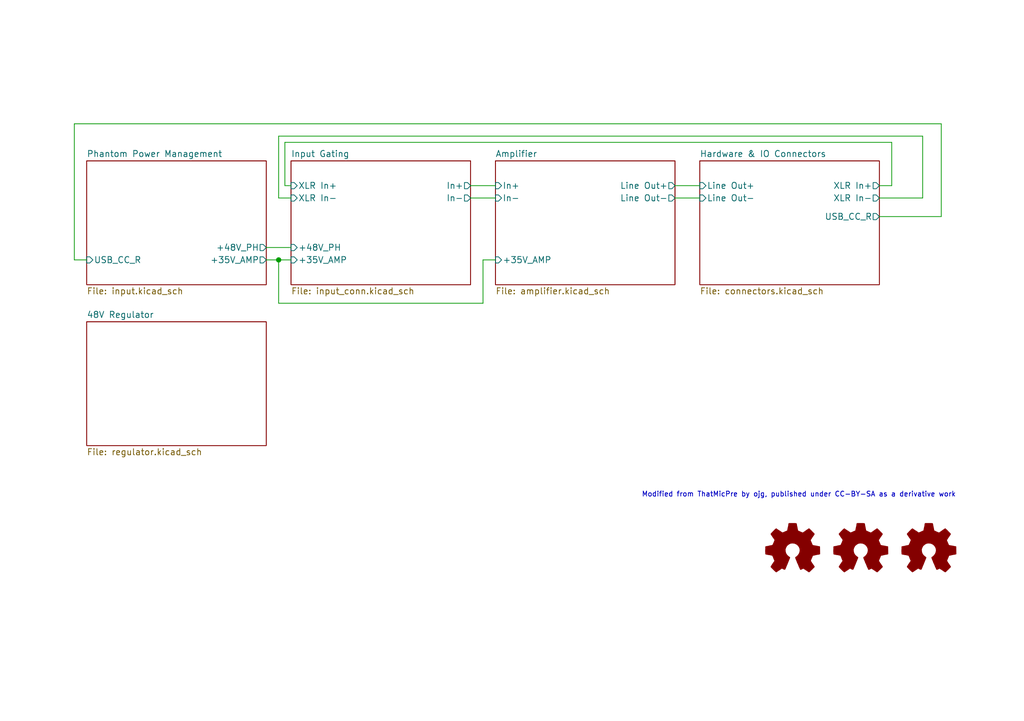
<source format=kicad_sch>
(kicad_sch (version 20231120) (generator "eeschema") (generator_version "8.0")
  (paper "A5")
  (lib_symbols
    (symbol "Graphic:Logo_Open_Hardware_Small" (pin_names (offset 1.016))
      (symbol "Logo_Open_Hardware_Small_0_1"
        (polyline (pts (xy 3.3528 -4.3434) (xy 3.302 -4.318) (xy 3.175 -4.2418) (xy 2.9972 -4.1148) (xy 2.7686 -3.9624) (xy 2.54 -3.81) (xy 2.3622 -3.7084) (xy 2.2352 -3.6068) (xy 2.1844 -3.5814) (xy 2.159 -3.6068) (xy 2.0574 -3.6576) (xy 1.905 -3.7338) (xy 1.8034 -3.7846) (xy 1.6764 -3.8354) (xy 1.6002 -3.8354) (xy 1.6002 -3.8354) (xy 1.5494 -3.7338) (xy 1.4732 -3.5306) (xy 1.3462 -3.302) (xy 1.2446 -3.0226) (xy 1.1176 -2.7178) (xy 0.9652 -2.413) (xy 0.8636 -2.1082) (xy 0.7366 -1.8288) (xy 0.6604 -1.6256) (xy 0.6096 -1.4732) (xy 0.5842 -1.397) (xy 0.5842 -1.397) (xy 0.6604 -1.3208) (xy 0.7874 -1.2446) (xy 1.0414 -1.016) (xy 1.2954 -0.6858) (xy 1.4478 -0.3302) (xy 1.524 0.0762) (xy 1.4732 0.4572) (xy 1.3208 0.8128) (xy 1.0668 1.143) (xy 0.762 1.3716) (xy 0.4064 1.524) (xy 0 1.5748) (xy -0.381 1.5494) (xy -0.7366 1.397) (xy -1.0668 1.143) (xy -1.2192 0.9906) (xy -1.397 0.6604) (xy -1.524 0.3048) (xy -1.524 0.2286) (xy -1.4986 -0.1778) (xy -1.397 -0.5334) (xy -1.1938 -0.8636) (xy -0.9144 -1.143) (xy -0.8636 -1.1684) (xy -0.7366 -1.27) (xy -0.635 -1.3462) (xy -0.5842 -1.397) (xy -1.0668 -2.5908) (xy -1.143 -2.794) (xy -1.2954 -3.1242) (xy -1.397 -3.4036) (xy -1.4986 -3.6322) (xy -1.5748 -3.7846) (xy -1.6002 -3.8354) (xy -1.6002 -3.8354) (xy -1.651 -3.8354) (xy -1.7272 -3.81) (xy -1.905 -3.7338) (xy -2.0066 -3.683) (xy -2.1336 -3.6068) (xy -2.2098 -3.5814) (xy -2.2606 -3.6068) (xy -2.3622 -3.683) (xy -2.54 -3.81) (xy -2.7686 -3.9624) (xy -2.9718 -4.0894) (xy -3.1496 -4.2164) (xy -3.302 -4.318) (xy -3.3528 -4.3434) (xy -3.3782 -4.3434) (xy -3.429 -4.318) (xy -3.5306 -4.2164) (xy -3.7084 -4.064) (xy -3.937 -3.8354) (xy -3.9624 -3.81) (xy -4.1656 -3.6068) (xy -4.318 -3.4544) (xy -4.4196 -3.3274) (xy -4.445 -3.2766) (xy -4.445 -3.2766) (xy -4.4196 -3.2258) (xy -4.318 -3.0734) (xy -4.2164 -2.8956) (xy -4.064 -2.667) (xy -3.6576 -2.0828) (xy -3.8862 -1.5494) (xy -3.937 -1.3716) (xy -4.0386 -1.1684) (xy -4.0894 -1.0414) (xy -4.1148 -0.9652) (xy -4.191 -0.9398) (xy -4.318 -0.9144) (xy -4.5466 -0.8636) (xy -4.8006 -0.8128) (xy -5.0546 -0.7874) (xy -5.2578 -0.7366) (xy -5.4356 -0.7112) (xy -5.5118 -0.6858) (xy -5.5118 -0.6858) (xy -5.5372 -0.635) (xy -5.5372 -0.5588) (xy -5.5372 -0.4318) (xy -5.5626 -0.2286) (xy -5.5626 0.0762) (xy -5.5626 0.127) (xy -5.5372 0.4064) (xy -5.5372 0.635) (xy -5.5372 0.762) (xy -5.5372 0.8382) (xy -5.5372 0.8382) (xy -5.461 0.8382) (xy -5.3086 0.889) (xy -5.08 0.9144) (xy -4.826 0.9652) (xy -4.8006 0.9906) (xy -4.5466 1.0414) (xy -4.318 1.0668) (xy -4.1656 1.1176) (xy -4.0894 1.143) (xy -4.0894 1.143) (xy -4.0386 1.2446) (xy -3.9624 1.4224) (xy -3.8608 1.6256) (xy -3.7846 1.8288) (xy -3.7084 2.0066) (xy -3.6576 2.159) (xy -3.6322 2.2098) (xy -3.6322 2.2098) (xy -3.683 2.286) (xy -3.7592 2.413) (xy -3.8862 2.5908) (xy -4.064 2.8194) (xy -4.064 2.8448) (xy -4.2164 3.0734) (xy -4.3434 3.2512) (xy -4.4196 3.3782) (xy -4.445 3.4544) (xy -4.445 3.4544) (xy -4.3942 3.5052) (xy -4.2926 3.6322) (xy -4.1148 3.81) (xy -3.937 4.0132) (xy -3.8608 4.064) (xy -3.6576 4.2926) (xy -3.5052 4.4196) (xy -3.4036 4.4958) (xy -3.3528 4.5212) (xy -3.3528 4.5212) (xy -3.302 4.4704) (xy -3.1496 4.3688) (xy -2.9718 4.2418) (xy -2.7432 4.0894) (xy -2.7178 4.0894) (xy -2.4892 3.937) (xy -2.3114 3.81) (xy -2.1844 3.7084) (xy -2.1336 3.683) (xy -2.1082 3.683) (xy -2.032 3.7084) (xy -1.8542 3.7592) (xy -1.6764 3.8354) (xy -1.4732 3.937) (xy -1.27 4.0132) (xy -1.143 4.064) (xy -1.0668 4.1148) (xy -1.0668 4.1148) (xy -1.0414 4.191) (xy -1.016 4.3434) (xy -0.9652 4.572) (xy -0.9144 4.8514) (xy -0.889 4.9022) (xy -0.8382 5.1562) (xy -0.8128 5.3848) (xy -0.7874 5.5372) (xy -0.762 5.588) (xy -0.7112 5.6134) (xy -0.5842 5.6134) (xy -0.4064 5.6134) (xy -0.1524 5.6134) (xy 0.0762 5.6134) (xy 0.3302 5.6134) (xy 0.5334 5.6134) (xy 0.6858 5.588) (xy 0.7366 5.588) (xy 0.7366 5.588) (xy 0.762 5.5118) (xy 0.8128 5.334) (xy 0.8382 5.1054) (xy 0.9144 4.826) (xy 0.9144 4.7752) (xy 0.9652 4.5212) (xy 1.016 4.2926) (xy 1.0414 4.1402) (xy 1.0668 4.0894) (xy 1.0668 4.0894) (xy 1.1938 4.0386) (xy 1.3716 3.9624) (xy 1.5748 3.8608) (xy 2.0828 3.6576) (xy 2.7178 4.0894) (xy 2.7686 4.1402) (xy 2.9972 4.2926) (xy 3.175 4.4196) (xy 3.302 4.4958) (xy 3.3782 4.5212) (xy 3.3782 4.5212) (xy 3.429 4.4704) (xy 3.556 4.3434) (xy 3.7338 4.191) (xy 3.9116 3.9878) (xy 4.064 3.8354) (xy 4.2418 3.6576) (xy 4.3434 3.556) (xy 4.4196 3.4798) (xy 4.4196 3.429) (xy 4.4196 3.4036) (xy 4.3942 3.3274) (xy 4.2926 3.2004) (xy 4.1656 2.9972) (xy 4.0132 2.794) (xy 3.8862 2.5908) (xy 3.7592 2.3876) (xy 3.6576 2.2352) (xy 3.6322 2.159) (xy 3.6322 2.1336) (xy 3.683 2.0066) (xy 3.7592 1.8288) (xy 3.8608 1.6002) (xy 4.064 1.1176) (xy 4.3942 1.0414) (xy 4.5974 1.016) (xy 4.8768 0.9652) (xy 5.1308 0.9144) (xy 5.5372 0.8382) (xy 5.5626 -0.6604) (xy 5.4864 -0.6858) (xy 5.4356 -0.6858) (xy 5.2832 -0.7366) (xy 5.0546 -0.762) (xy 4.8006 -0.8128) (xy 4.5974 -0.8636) (xy 4.3688 -0.9144) (xy 4.2164 -0.9398) (xy 4.1402 -0.9398) (xy 4.1148 -0.9652) (xy 4.064 -1.0668) (xy 3.9878 -1.2446) (xy 3.9116 -1.4478) (xy 3.81 -1.651) (xy 3.7338 -1.8542) (xy 3.683 -2.0066) (xy 3.6576 -2.0828) (xy 3.683 -2.1336) (xy 3.7846 -2.2606) (xy 3.8862 -2.4638) (xy 4.0386 -2.667) (xy 4.191 -2.8956) (xy 4.318 -3.0734) (xy 4.3942 -3.2004) (xy 4.445 -3.2766) (xy 4.4196 -3.3274) (xy 4.3434 -3.429) (xy 4.1656 -3.5814) (xy 3.937 -3.8354) (xy 3.8862 -3.8608) (xy 3.683 -4.064) (xy 3.5306 -4.2164) (xy 3.4036 -4.318) (xy 3.3528 -4.3434)) (fill (type outline)))
      )
    )
  )
  (junction (at 57.15 53.34))
  (wire (pts (xy 180.34 44.45) (xy 193.04 44.45)))
  (wire (pts (xy 182.88 29.21) (xy 58.42 29.21)))
  (wire (pts (xy 54.61 50.8) (xy 59.69 50.8)))
  (wire (pts (xy 193.04 25.4) (xy 15.24 25.4)))
  (wire (pts (xy 96.52 38.1) (xy 101.6 38.1)))
  (wire (pts (xy 15.24 25.4) (xy 15.24 53.34)))
  (wire (pts (xy 54.61 53.34) (xy 57.15 53.34)))
  (wire (pts (xy 57.15 40.64) (xy 59.69 40.64)))
  (wire (pts (xy 180.34 38.1) (xy 182.88 38.1)))
  (wire (pts (xy 58.42 29.21) (xy 58.42 38.1)))
  (wire (pts (xy 180.34 40.64) (xy 189.23 40.64)))
  (wire (pts (xy 15.24 53.34) (xy 17.78 53.34)))
  (wire (pts (xy 138.43 38.1) (xy 143.51 38.1)))
  (wire (pts (xy 57.15 27.94) (xy 57.15 40.64)))
  (wire (pts (xy 138.43 40.64) (xy 143.51 40.64)))
  (wire (pts (xy 189.23 27.94) (xy 57.15 27.94)))
  (wire (pts (xy 101.6 53.34) (xy 99.06 53.34)))
  (wire (pts (xy 193.04 44.45) (xy 193.04 25.4)))
  (wire (pts (xy 189.23 40.64) (xy 189.23 27.94)))
  (wire (pts (xy 99.06 62.23) (xy 57.15 62.23)))
  (wire (pts (xy 57.15 62.23) (xy 57.15 53.34)))
  (wire (pts (xy 99.06 53.34) (xy 99.06 62.23)))
  (wire (pts (xy 57.15 53.34) (xy 59.69 53.34)))
  (wire (pts (xy 58.42 38.1) (xy 59.69 38.1)))
  (wire (pts (xy 182.88 38.1) (xy 182.88 29.21)))
  (wire (pts (xy 96.52 40.64) (xy 101.6 40.64)))
  (text "Modified from ThatMicPre by ojg, published under CC-BY-SA as a derivative work" (at 163.83 101.6 0) (effects (font (size 1.016 1.016))))
  (symbol (lib_id "Graphic:Logo_Open_Hardware_Small") (at 190.5 113.03 0) (unit 1)
    (property "Reference" "LOGO402" (effects (hide yes)))
    (property "Value" "Logo_Open_Hardware_Small" (effects (hide yes)))
    (property "Footprint" "Symbol:OSHW-Symbol_6.7x6mm_Copper" (effects (hide yes)))
  )
  (symbol (lib_id "Graphic:Logo_Open_Hardware_Small") (at 162.56 113.03 0) (unit 1)
    (property "Reference" "LOGO400" (effects (hide yes)))
    (property "Value" "Logo_Open_Hardware_Small" (effects (hide yes)))
    (property "Footprint" "Symbol:Symbol_CreativeCommons_CopperTop_Type2_Small" (effects (hide yes)))
  )
  (symbol (lib_id "Graphic:Logo_Open_Hardware_Small") (at 176.53 113.03 0) (unit 1)
    (property "Reference" "LOGO401" (effects (hide yes)))
    (property "Value" "Logo_Open_Hardware_Small" (effects (hide yes)))
    (property "Footprint" "Symbol:Symbol_CC-Attribution_CopperTop_Small" (effects (hide yes)))
  )
  (sheet (at 59.69 33.02) (size 36.83 25.4) (stroke (width 0.1524))
    (property "Sheetname" "Input Gating" (at 59.69 32.3084 0) (effects (justify left bottom)))
    (property "Sheetfile" "input_conn.kicad_sch" (at 59.69 59.0046 0) (effects (justify left top)))
    (pin "In+" output (at 96.52 38.1 0))
    (pin "In-" output (at 96.52 40.64 0))
    (pin "+35V_AMP" input (at 59.69 53.34 180))
    (pin "+48V_PH" input (at 59.69 50.8 180))
    (pin "XLR In+" input (at 59.69 38.1 180))
    (pin "XLR In-" input (at 59.69 40.64 180))
  )
  (sheet (at 17.78 66.04) (size 36.83 25.4) (stroke (width 0.1524))
    (property "Sheetname" "48V Regulator" (at 17.78 65.3284 0) (effects (justify left bottom)))
    (property "Sheetfile" "regulator.kicad_sch" (at 17.78 92.0246 0) (effects (justify left top)))
  )
  (sheet (at 101.6 33.02) (size 36.83 25.4) (stroke (width 0.1524))
    (property "Sheetname" "Amplifier" (at 101.6 32.3084 0) (effects (justify left bottom)))
    (property "Sheetfile" "amplifier.kicad_sch" (at 101.6 59.0046 0) (effects (justify left top)))
    (pin "Line Out+" output (at 138.43 38.1 0))
    (pin "Line Out-" output (at 138.43 40.64 0))
    (pin "In-" input (at 101.6 40.64 180))
    (pin "In+" input (at 101.6 38.1 180))
    (pin "+35V_AMP" input (at 101.6 53.34 180))
  )
  (sheet (at 17.78 33.02) (size 36.83 25.4) (stroke (width 0.1524))
    (property "Sheetname" "Phantom Power Management" (at 17.78 32.3084 0) (effects (justify left bottom)))
    (property "Sheetfile" "input.kicad_sch" (at 17.78 59.0046 0) (effects (justify left top)))
    (pin "+35V_AMP" output (at 54.61 53.34 0))
    (pin "+48V_PH" output (at 54.61 50.8 0))
    (pin "USB_CC_R" input (at 17.78 53.34 180))
  )
  (sheet (at 143.51 33.02) (size 36.83 25.4) (stroke (width 0.1524))
    (property "Sheetname" "Hardware & IO Connectors" (at 143.51 32.3084 0) (effects (justify left bottom)))
    (property "Sheetfile" "connectors.kicad_sch" (at 143.51 59.0046 0) (effects (justify left top)))
    (pin "Line Out+" input (at 143.51 38.1 180))
    (pin "Line Out-" input (at 143.51 40.64 180))
    (pin "XLR In+" output (at 180.34 38.1 0))
    (pin "XLR In-" output (at 180.34 40.64 0))
    (pin "USB_CC_R" output (at 180.34 44.45 0))
  )
)
</source>
